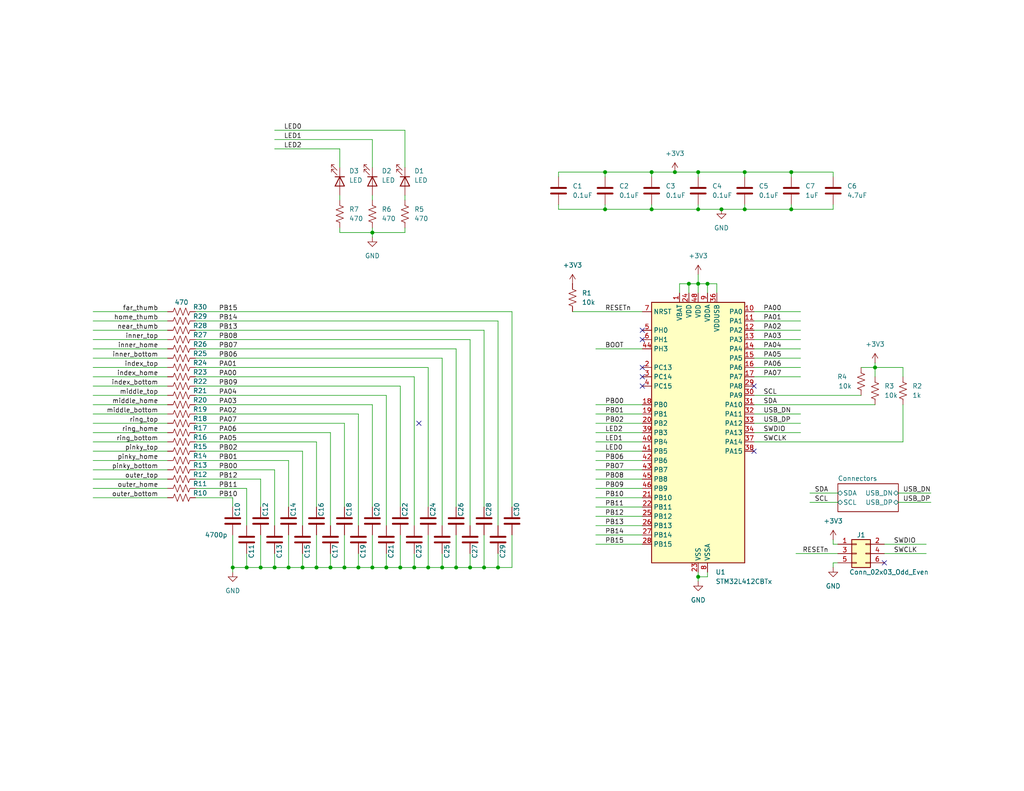
<source format=kicad_sch>
(kicad_sch (version 20231120) (generator "eeschema") (generator_version "8.0")
  (paper "USLetter")
  (lib_symbols
    (symbol "Connector_Generic:Conn_02x03_Odd_Even" (pin_names (offset 1.016) hide)
      (property "Reference" "J" (at 1.27 5.08 0))
      (property "Value" "Conn_02x03_Odd_Even" (at 1.27 -5.08 0))
      (symbol "Conn_02x03_Odd_Even_1_1"
        (rectangle (start -1.27 -2.413) (end 0 -2.667) (stroke (width 0.1524)))
        (rectangle (start -1.27 0.127) (end 0 -0.127) (stroke (width 0.1524)))
        (rectangle (start -1.27 2.667) (end 0 2.413) (stroke (width 0.1524)))
        (rectangle (start -1.27 3.81) (end 3.81 -3.81) (stroke (width 0.254)) (fill (type background)))
        (rectangle (start 3.81 -2.413) (end 2.54 -2.667) (stroke (width 0.1524)))
        (rectangle (start 3.81 0.127) (end 2.54 -0.127) (stroke (width 0.1524)))
        (rectangle (start 3.81 2.667) (end 2.54 2.413) (stroke (width 0.1524)))
        (pin passive line (at -5.08 2.54 0) (length 3.81) (name "Pin_1") (number "1"))
        (pin passive line (at 7.62 2.54 180) (length 3.81) (name "Pin_2") (number "2"))
        (pin passive line (at -5.08 0 0) (length 3.81) (name "Pin_3") (number "3"))
        (pin passive line (at 7.62 0 180) (length 3.81) (name "Pin_4") (number "4"))
        (pin passive line (at -5.08 -2.54 0) (length 3.81) (name "Pin_5") (number "5"))
        (pin passive line (at 7.62 -2.54 180) (length 3.81) (name "Pin_6") (number "6"))
      )
    )
    (symbol "Device:C" (pin_numbers hide) (pin_names (offset 0.254))
      (property "Reference" "C" (at 0.635 2.54 0))
      (property "Value" "C" (at 0.635 -2.54 0))
      (symbol "C_0_1"
        (polyline (pts (xy -2.032 -0.762) (xy 2.032 -0.762)) (stroke (width 0.508)))
        (polyline (pts (xy -2.032 0.762) (xy 2.032 0.762)) (stroke (width 0.508)))
      )
      (symbol "C_1_1"
        (pin passive line (at 0 3.81 270) (length 2.794) (name "~") (number "1"))
        (pin passive line (at 0 -3.81 90) (length 2.794) (name "~") (number "2"))
      )
    )
    (symbol "Device:LED" (pin_numbers hide) (pin_names (offset 1.016) hide)
      (property "Reference" "D" (at 0 2.54 0))
      (property "Value" "LED" (at 0 -2.54 0))
      (symbol "LED_0_1"
        (polyline (pts (xy -1.27 -1.27) (xy -1.27 1.27)) (stroke (width 0.254)))
        (polyline (pts (xy -1.27 0) (xy 1.27 0)))
        (polyline (pts (xy 1.27 -1.27) (xy 1.27 1.27) (xy -1.27 0) (xy 1.27 -1.27)) (stroke (width 0.254)))
        (polyline (pts (xy -3.048 -0.762) (xy -4.572 -2.286) (xy -3.81 -2.286) (xy -4.572 -2.286) (xy -4.572 -1.524)))
        (polyline (pts (xy -1.778 -0.762) (xy -3.302 -2.286) (xy -2.54 -2.286) (xy -3.302 -2.286) (xy -3.302 -1.524)))
      )
      (symbol "LED_1_1"
        (pin passive line (at -3.81 0 0) (length 2.54) (name "K") (number "1"))
        (pin passive line (at 3.81 0 180) (length 2.54) (name "A") (number "2"))
      )
    )
    (symbol "Device:R_US" (pin_numbers hide) (pin_names (offset 0))
      (property "Reference" "R" (at 2.54 0 90))
      (property "Value" "R_US" (at -2.54 0 90))
      (symbol "R_US_0_1"
        (polyline (pts (xy 0 -2.286) (xy 0 -2.54)))
        (polyline (pts (xy 0 2.286) (xy 0 2.54)))
        (polyline (pts (xy 0 -0.762) (xy 1.016 -1.143) (xy 0 -1.524) (xy -1.016 -1.905) (xy 0 -2.286)))
        (polyline (pts (xy 0 0.762) (xy 1.016 0.381) (xy 0 0) (xy -1.016 -0.381) (xy 0 -0.762)))
        (polyline (pts (xy 0 2.286) (xy 1.016 1.905) (xy 0 1.524) (xy -1.016 1.143) (xy 0 0.762)))
      )
      (symbol "R_US_1_1"
        (pin passive line (at 0 3.81 270) (length 1.27) (name "~") (number "1"))
        (pin passive line (at 0 -3.81 90) (length 1.27) (name "~") (number "2"))
      )
    )
    (symbol "MCU_ST_STM32L4:STM32L412CBTx"
      (property "Reference" "U" (at -12.7 36.83 0))
      (property "Value" "STM32L412CBTx" (at 7.62 36.83 0))
      (symbol "STM32L412CBTx_0_1"
        (rectangle (start -12.7 -35.56) (end 12.7 35.56) (stroke (width 0.254)) (fill (type background)))
      )
      (symbol "STM32L412CBTx_1_1"
        (pin power_in line (at -5.08 38.1 270) (length 2.54) (name "VBAT") (number "1"))
        (pin bidirectional line (at 15.24 33.02 180) (length 2.54) (name "PA0") (number "10"))
        (pin bidirectional line (at 15.24 30.48 180) (length 2.54) (name "PA1") (number "11"))
        (pin bidirectional line (at 15.24 27.94 180) (length 2.54) (name "PA2") (number "12"))
        (pin bidirectional line (at 15.24 25.4 180) (length 2.54) (name "PA3") (number "13"))
        (pin bidirectional line (at 15.24 22.86 180) (length 2.54) (name "PA4") (number "14"))
        (pin bidirectional line (at 15.24 20.32 180) (length 2.54) (name "PA5") (number "15"))
        (pin bidirectional line (at 15.24 17.78 180) (length 2.54) (name "PA6") (number "16"))
        (pin bidirectional line (at 15.24 15.24 180) (length 2.54) (name "PA7") (number "17"))
        (pin bidirectional line (at -15.24 7.62 0) (length 2.54) (name "PB0") (number "18"))
        (pin bidirectional line (at -15.24 5.08 0) (length 2.54) (name "PB1") (number "19"))
        (pin bidirectional line (at -15.24 17.78 0) (length 2.54) (name "PC13") (number "2"))
        (pin bidirectional line (at -15.24 2.54 0) (length 2.54) (name "PB2") (number "20"))
        (pin bidirectional line (at -15.24 -17.78 0) (length 2.54) (name "PB10") (number "21"))
        (pin bidirectional line (at -15.24 -20.32 0) (length 2.54) (name "PB11") (number "22"))
        (pin power_in line (at 0 -38.1 90) (length 2.54) (name "VSS") (number "23"))
        (pin power_in line (at -2.54 38.1 270) (length 2.54) (name "VDD") (number "24"))
        (pin bidirectional line (at -15.24 -22.86 0) (length 2.54) (name "PB12") (number "25"))
        (pin bidirectional line (at -15.24 -25.4 0) (length 2.54) (name "PB13") (number "26"))
        (pin bidirectional line (at -15.24 -27.94 0) (length 2.54) (name "PB14") (number "27"))
        (pin bidirectional line (at -15.24 -30.48 0) (length 2.54) (name "PB15") (number "28"))
        (pin bidirectional line (at 15.24 12.7 180) (length 2.54) (name "PA8") (number "29"))
        (pin bidirectional line (at -15.24 15.24 0) (length 2.54) (name "PC14") (number "3"))
        (pin bidirectional line (at 15.24 10.16 180) (length 2.54) (name "PA9") (number "30"))
        (pin bidirectional line (at 15.24 7.62 180) (length 2.54) (name "PA10") (number "31"))
        (pin bidirectional line (at 15.24 5.08 180) (length 2.54) (name "PA11") (number "32"))
        (pin bidirectional line (at 15.24 2.54 180) (length 2.54) (name "PA12") (number "33"))
        (pin bidirectional line (at 15.24 0 180) (length 2.54) (name "PA13") (number "34"))
        (pin passive line (at 0 -38.1 90) (length 2.54) hide (name "VSS") (number "35"))
        (pin power_in line (at 5.08 38.1 270) (length 2.54) (name "VDDUSB") (number "36"))
        (pin bidirectional line (at 15.24 -2.54 180) (length 2.54) (name "PA14") (number "37"))
        (pin bidirectional line (at 15.24 -5.08 180) (length 2.54) (name "PA15") (number "38"))
        (pin bidirectional line (at -15.24 0 0) (length 2.54) (name "PB3") (number "39"))
        (pin bidirectional line (at -15.24 12.7 0) (length 2.54) (name "PC15") (number "4"))
        (pin bidirectional line (at -15.24 -2.54 0) (length 2.54) (name "PB4") (number "40"))
        (pin bidirectional line (at -15.24 -5.08 0) (length 2.54) (name "PB5") (number "41"))
        (pin bidirectional line (at -15.24 -7.62 0) (length 2.54) (name "PB6") (number "42"))
        (pin bidirectional line (at -15.24 -10.16 0) (length 2.54) (name "PB7") (number "43"))
        (pin bidirectional line (at -15.24 22.86 0) (length 2.54) (name "PH3") (number "44"))
        (pin bidirectional line (at -15.24 -12.7 0) (length 2.54) (name "PB8") (number "45"))
        (pin bidirectional line (at -15.24 -15.24 0) (length 2.54) (name "PB9") (number "46"))
        (pin passive line (at 0 -38.1 90) (length 2.54) hide (name "VSS") (number "47"))
        (pin power_in line (at 0 38.1 270) (length 2.54) (name "VDD") (number "48"))
        (pin bidirectional line (at -15.24 27.94 0) (length 2.54) (name "PH0") (number "5"))
        (pin bidirectional line (at -15.24 25.4 0) (length 2.54) (name "PH1") (number "6"))
        (pin input line (at -15.24 33.02 0) (length 2.54) (name "NRST") (number "7"))
        (pin power_in line (at 2.54 -38.1 90) (length 2.54) (name "VSSA") (number "8"))
        (pin power_in line (at 2.54 38.1 270) (length 2.54) (name "VDDA") (number "9"))
      )
    )
    (symbol "power:+3V3" (power) (pin_numbers hide) (pin_names (offset 0) hide)
      (property "Value" "+3V3" (at 0 3.556 0))
      (symbol "+3V3_0_1"
        (polyline (pts (xy -0.762 1.27) (xy 0 2.54)))
        (polyline (pts (xy 0 0) (xy 0 2.54)))
        (polyline (pts (xy 0 2.54) (xy 0.762 1.27)))
      )
      (symbol "+3V3_1_1"
        (pin power_in line (at 0 0 90) (length 0) (name "~") (number "1"))
      )
    )
    (symbol "power:GND" (power) (pin_numbers hide) (pin_names (offset 0) hide)
      (property "Value" "GND" (at 0 -3.81 0))
      (symbol "GND_0_1"
        (polyline (pts (xy 0 0) (xy 0 -1.27) (xy 1.27 -1.27) (xy 0 -2.54) (xy -1.27 -1.27) (xy 0 -1.27)))
      )
      (symbol "GND_1_1"
        (pin power_in line (at 0 0 270) (length 0) (name "~") (number "1"))
      )
    )
  )
  (junction (at 190.5 157.48))
  (junction (at 78.74 154.94))
  (junction (at 113.03 154.94))
  (junction (at 190.5 46.99))
  (junction (at 93.98 154.94))
  (junction (at 190.5 57.15))
  (junction (at 187.96 77.47))
  (junction (at 71.12 154.94))
  (junction (at 165.1 57.15))
  (junction (at 177.8 46.99))
  (junction (at 63.5 154.94))
  (junction (at 101.6 154.94))
  (junction (at 97.79 154.94))
  (junction (at 196.85 57.15))
  (junction (at 193.04 77.47))
  (junction (at 128.27 154.94))
  (junction (at 116.84 154.94))
  (junction (at 203.2 57.15))
  (junction (at 101.6 63.5))
  (junction (at 67.31 154.94))
  (junction (at 190.5 77.47))
  (junction (at 184.15 46.99))
  (junction (at 238.76 100.33))
  (junction (at 177.8 57.15))
  (junction (at 109.22 154.94))
  (junction (at 90.17 154.94))
  (junction (at 215.9 46.99))
  (junction (at 74.93 154.94))
  (junction (at 165.1 46.99))
  (junction (at 132.08 154.94))
  (junction (at 215.9 57.15))
  (junction (at 124.46 154.94))
  (junction (at 135.89 154.94))
  (junction (at 82.55 154.94))
  (junction (at 203.2 46.99))
  (junction (at 105.41 154.94))
  (junction (at 86.36 154.94))
  (junction (at 120.65 154.94))
  (no_connect (at 205.74 123.19))
  (no_connect (at 205.74 105.41))
  (no_connect (at 114.3 115.57))
  (no_connect (at 175.26 105.41))
  (no_connect (at 175.26 92.71))
  (no_connect (at 241.3 153.67))
  (no_connect (at 175.26 102.87))
  (no_connect (at 175.26 90.17))
  (no_connect (at 175.26 100.33))
  (wire (pts (xy 215.9 55.88) (xy 215.9 57.15)))
  (wire (pts (xy 25.4 102.87) (xy 45.72 102.87)))
  (wire (pts (xy 71.12 146.05) (xy 71.12 154.94)))
  (wire (pts (xy 25.4 135.89) (xy 45.72 135.89)))
  (wire (pts (xy 25.4 107.95) (xy 45.72 107.95)))
  (wire (pts (xy 190.5 77.47) (xy 190.5 80.01)))
  (wire (pts (xy 53.34 95.25) (xy 124.46 95.25)))
  (wire (pts (xy 162.56 128.27) (xy 175.26 128.27)))
  (wire (pts (xy 25.4 118.11) (xy 45.72 118.11)))
  (wire (pts (xy 205.74 113.03) (xy 218.44 113.03)))
  (wire (pts (xy 162.56 95.25) (xy 175.26 95.25)))
  (wire (pts (xy 53.34 115.57) (xy 93.98 115.57)))
  (wire (pts (xy 190.5 55.88) (xy 190.5 57.15)))
  (wire (pts (xy 139.7 146.05) (xy 139.7 154.94)))
  (wire (pts (xy 238.76 99.06) (xy 238.76 100.33)))
  (wire (pts (xy 177.8 57.15) (xy 190.5 57.15)))
  (wire (pts (xy 53.34 110.49) (xy 101.6 110.49)))
  (wire (pts (xy 132.08 90.17) (xy 132.08 138.43)))
  (wire (pts (xy 165.1 46.99) (xy 177.8 46.99)))
  (wire (pts (xy 25.4 90.17) (xy 45.72 90.17)))
  (wire (pts (xy 53.34 113.03) (xy 97.79 113.03)))
  (wire (pts (xy 90.17 154.94) (xy 86.36 154.94)))
  (wire (pts (xy 67.31 133.35) (xy 67.31 143.51)))
  (wire (pts (xy 190.5 74.93) (xy 190.5 77.47)))
  (wire (pts (xy 135.89 87.63) (xy 135.89 143.51)))
  (wire (pts (xy 93.98 115.57) (xy 93.98 138.43)))
  (wire (pts (xy 193.04 77.47) (xy 193.04 80.01)))
  (wire (pts (xy 116.84 154.94) (xy 113.03 154.94)))
  (wire (pts (xy 120.65 151.13) (xy 120.65 154.94)))
  (wire (pts (xy 152.4 46.99) (xy 165.1 46.99)))
  (wire (pts (xy 78.74 125.73) (xy 78.74 138.43)))
  (wire (pts (xy 92.71 45.72) (xy 92.71 40.64)))
  (wire (pts (xy 205.74 120.65) (xy 246.38 120.65)))
  (wire (pts (xy 177.8 46.99) (xy 177.8 48.26)))
  (wire (pts (xy 245.11 134.62) (xy 254 134.62)))
  (wire (pts (xy 135.89 151.13) (xy 135.89 154.94)))
  (wire (pts (xy 165.1 48.26) (xy 165.1 46.99)))
  (wire (pts (xy 205.74 118.11) (xy 218.44 118.11)))
  (wire (pts (xy 105.41 154.94) (xy 101.6 154.94)))
  (wire (pts (xy 101.6 38.1) (xy 74.93 38.1)))
  (wire (pts (xy 25.4 120.65) (xy 45.72 120.65)))
  (wire (pts (xy 124.46 146.05) (xy 124.46 154.94)))
  (wire (pts (xy 25.4 113.03) (xy 45.72 113.03)))
  (wire (pts (xy 74.93 143.51) (xy 74.93 128.27)))
  (wire (pts (xy 217.17 151.13) (xy 228.6 151.13)))
  (wire (pts (xy 193.04 77.47) (xy 195.58 77.47)))
  (wire (pts (xy 74.93 128.27) (xy 53.34 128.27)))
  (wire (pts (xy 53.34 90.17) (xy 132.08 90.17)))
  (wire (pts (xy 25.4 115.57) (xy 45.72 115.57)))
  (wire (pts (xy 74.93 151.13) (xy 74.93 154.94)))
  (wire (pts (xy 116.84 100.33) (xy 116.84 138.43)))
  (wire (pts (xy 139.7 85.09) (xy 139.7 138.43)))
  (wire (pts (xy 53.34 118.11) (xy 90.17 118.11)))
  (wire (pts (xy 162.56 146.05) (xy 175.26 146.05)))
  (wire (pts (xy 90.17 151.13) (xy 90.17 154.94)))
  (wire (pts (xy 53.34 120.65) (xy 86.36 120.65)))
  (wire (pts (xy 185.42 80.01) (xy 185.42 77.47)))
  (wire (pts (xy 205.74 107.95) (xy 234.95 107.95)))
  (wire (pts (xy 205.74 90.17) (xy 218.44 90.17)))
  (wire (pts (xy 25.4 87.63) (xy 45.72 87.63)))
  (wire (pts (xy 105.41 107.95) (xy 105.41 143.51)))
  (wire (pts (xy 86.36 146.05) (xy 86.36 154.94)))
  (wire (pts (xy 101.6 45.72) (xy 101.6 38.1)))
  (wire (pts (xy 92.71 62.23) (xy 92.71 63.5)))
  (wire (pts (xy 215.9 46.99) (xy 227.33 46.99)))
  (wire (pts (xy 93.98 146.05) (xy 93.98 154.94)))
  (wire (pts (xy 128.27 154.94) (xy 124.46 154.94)))
  (wire (pts (xy 25.4 123.19) (xy 45.72 123.19)))
  (wire (pts (xy 152.4 55.88) (xy 152.4 57.15)))
  (wire (pts (xy 101.6 63.5) (xy 101.6 64.77)))
  (wire (pts (xy 78.74 146.05) (xy 78.74 154.94)))
  (wire (pts (xy 101.6 110.49) (xy 101.6 138.43)))
  (wire (pts (xy 74.93 40.64) (xy 92.71 40.64)))
  (wire (pts (xy 63.5 156.21) (xy 63.5 154.94)))
  (wire (pts (xy 113.03 154.94) (xy 109.22 154.94)))
  (wire (pts (xy 193.04 156.21) (xy 193.04 157.48)))
  (wire (pts (xy 220.98 134.62) (xy 228.6 134.62)))
  (wire (pts (xy 162.56 143.51) (xy 175.26 143.51)))
  (wire (pts (xy 227.33 154.94) (xy 227.33 153.67)))
  (wire (pts (xy 205.74 100.33) (xy 218.44 100.33)))
  (wire (pts (xy 165.1 57.15) (xy 177.8 57.15)))
  (wire (pts (xy 203.2 46.99) (xy 215.9 46.99)))
  (wire (pts (xy 53.34 102.87) (xy 113.03 102.87)))
  (wire (pts (xy 53.34 125.73) (xy 78.74 125.73)))
  (wire (pts (xy 25.4 105.41) (xy 45.72 105.41)))
  (wire (pts (xy 113.03 102.87) (xy 113.03 143.51)))
  (wire (pts (xy 245.11 137.16) (xy 254 137.16)))
  (wire (pts (xy 110.49 45.72) (xy 110.49 35.56)))
  (wire (pts (xy 124.46 95.25) (xy 124.46 138.43)))
  (wire (pts (xy 53.34 105.41) (xy 109.22 105.41)))
  (wire (pts (xy 74.93 154.94) (xy 71.12 154.94)))
  (wire (pts (xy 124.46 154.94) (xy 120.65 154.94)))
  (wire (pts (xy 190.5 46.99) (xy 190.5 48.26)))
  (wire (pts (xy 190.5 77.47) (xy 193.04 77.47)))
  (wire (pts (xy 113.03 151.13) (xy 113.03 154.94)))
  (wire (pts (xy 132.08 154.94) (xy 128.27 154.94)))
  (wire (pts (xy 25.4 130.81) (xy 45.72 130.81)))
  (wire (pts (xy 162.56 135.89) (xy 175.26 135.89)))
  (wire (pts (xy 162.56 115.57) (xy 175.26 115.57)))
  (wire (pts (xy 162.56 113.03) (xy 175.26 113.03)))
  (wire (pts (xy 162.56 148.59) (xy 175.26 148.59)))
  (wire (pts (xy 162.56 138.43) (xy 175.26 138.43)))
  (wire (pts (xy 53.34 130.81) (xy 71.12 130.81)))
  (wire (pts (xy 101.6 62.23) (xy 101.6 63.5)))
  (wire (pts (xy 25.4 95.25) (xy 45.72 95.25)))
  (wire (pts (xy 74.93 35.56) (xy 110.49 35.56)))
  (wire (pts (xy 190.5 57.15) (xy 196.85 57.15)))
  (wire (pts (xy 78.74 154.94) (xy 74.93 154.94)))
  (wire (pts (xy 190.5 156.21) (xy 190.5 157.48)))
  (wire (pts (xy 82.55 123.19) (xy 82.55 143.51)))
  (wire (pts (xy 109.22 154.94) (xy 105.41 154.94)))
  (wire (pts (xy 185.42 77.47) (xy 187.96 77.47)))
  (wire (pts (xy 53.34 92.71) (xy 128.27 92.71)))
  (wire (pts (xy 162.56 118.11) (xy 175.26 118.11)))
  (wire (pts (xy 101.6 154.94) (xy 97.79 154.94)))
  (wire (pts (xy 53.34 107.95) (xy 105.41 107.95)))
  (wire (pts (xy 120.65 154.94) (xy 116.84 154.94)))
  (wire (pts (xy 120.65 97.79) (xy 120.65 143.51)))
  (wire (pts (xy 101.6 53.34) (xy 101.6 54.61)))
  (wire (pts (xy 152.4 57.15) (xy 165.1 57.15)))
  (wire (pts (xy 71.12 154.94) (xy 67.31 154.94)))
  (wire (pts (xy 25.4 133.35) (xy 45.72 133.35)))
  (wire (pts (xy 53.34 97.79) (xy 120.65 97.79)))
  (wire (pts (xy 53.34 100.33) (xy 116.84 100.33)))
  (wire (pts (xy 162.56 125.73) (xy 175.26 125.73)))
  (wire (pts (xy 116.84 146.05) (xy 116.84 154.94)))
  (wire (pts (xy 101.6 146.05) (xy 101.6 154.94)))
  (wire (pts (xy 246.38 102.87) (xy 246.38 100.33)))
  (wire (pts (xy 238.76 100.33) (xy 246.38 100.33)))
  (wire (pts (xy 215.9 46.99) (xy 215.9 48.26)))
  (wire (pts (xy 97.79 154.94) (xy 93.98 154.94)))
  (wire (pts (xy 67.31 151.13) (xy 67.31 154.94)))
  (wire (pts (xy 25.4 128.27) (xy 45.72 128.27)))
  (wire (pts (xy 162.56 110.49) (xy 175.26 110.49)))
  (wire (pts (xy 128.27 151.13) (xy 128.27 154.94)))
  (wire (pts (xy 86.36 154.94) (xy 82.55 154.94)))
  (wire (pts (xy 25.4 100.33) (xy 45.72 100.33)))
  (wire (pts (xy 241.3 151.13) (xy 252.73 151.13)))
  (wire (pts (xy 25.4 97.79) (xy 45.72 97.79)))
  (wire (pts (xy 190.5 46.99) (xy 203.2 46.99)))
  (wire (pts (xy 227.33 46.99) (xy 227.33 48.26)))
  (wire (pts (xy 152.4 48.26) (xy 152.4 46.99)))
  (wire (pts (xy 238.76 100.33) (xy 238.76 102.87)))
  (wire (pts (xy 53.34 133.35) (xy 67.31 133.35)))
  (wire (pts (xy 187.96 77.47) (xy 187.96 80.01)))
  (wire (pts (xy 205.74 87.63) (xy 218.44 87.63)))
  (wire (pts (xy 205.74 95.25) (xy 218.44 95.25)))
  (wire (pts (xy 177.8 55.88) (xy 177.8 57.15)))
  (wire (pts (xy 227.33 57.15) (xy 227.33 55.88)))
  (wire (pts (xy 97.79 151.13) (xy 97.79 154.94)))
  (wire (pts (xy 82.55 151.13) (xy 82.55 154.94)))
  (wire (pts (xy 82.55 154.94) (xy 78.74 154.94)))
  (wire (pts (xy 215.9 57.15) (xy 227.33 57.15)))
  (wire (pts (xy 238.76 100.33) (xy 234.95 100.33)))
  (wire (pts (xy 227.33 147.32) (xy 227.33 148.59)))
  (wire (pts (xy 205.74 102.87) (xy 218.44 102.87)))
  (wire (pts (xy 128.27 92.71) (xy 128.27 143.51)))
  (wire (pts (xy 25.4 85.09) (xy 45.72 85.09)))
  (wire (pts (xy 246.38 110.49) (xy 246.38 120.65)))
  (wire (pts (xy 63.5 146.05) (xy 63.5 154.94)))
  (wire (pts (xy 165.1 55.88) (xy 165.1 57.15)))
  (wire (pts (xy 196.85 57.15) (xy 203.2 57.15)))
  (wire (pts (xy 92.71 63.5) (xy 101.6 63.5)))
  (wire (pts (xy 139.7 154.94) (xy 135.89 154.94)))
  (wire (pts (xy 205.74 85.09) (xy 218.44 85.09)))
  (wire (pts (xy 25.4 110.49) (xy 45.72 110.49)))
  (wire (pts (xy 227.33 148.59) (xy 228.6 148.59)))
  (wire (pts (xy 105.41 151.13) (xy 105.41 154.94)))
  (wire (pts (xy 187.96 77.47) (xy 190.5 77.47)))
  (wire (pts (xy 71.12 130.81) (xy 71.12 138.43)))
  (wire (pts (xy 53.34 85.09) (xy 139.7 85.09)))
  (wire (pts (xy 101.6 63.5) (xy 110.49 63.5)))
  (wire (pts (xy 227.33 153.67) (xy 228.6 153.67)))
  (wire (pts (xy 205.74 110.49) (xy 238.76 110.49)))
  (wire (pts (xy 53.34 123.19) (xy 82.55 123.19)))
  (wire (pts (xy 162.56 130.81) (xy 175.26 130.81)))
  (wire (pts (xy 109.22 105.41) (xy 109.22 138.43)))
  (wire (pts (xy 132.08 146.05) (xy 132.08 154.94)))
  (wire (pts (xy 177.8 46.99) (xy 184.15 46.99)))
  (wire (pts (xy 109.22 146.05) (xy 109.22 154.94)))
  (wire (pts (xy 53.34 135.89) (xy 63.5 135.89)))
  (wire (pts (xy 86.36 120.65) (xy 86.36 138.43)))
  (wire (pts (xy 203.2 46.99) (xy 203.2 48.26)))
  (wire (pts (xy 53.34 87.63) (xy 135.89 87.63)))
  (wire (pts (xy 162.56 123.19) (xy 175.26 123.19)))
  (wire (pts (xy 162.56 140.97) (xy 175.26 140.97)))
  (wire (pts (xy 195.58 77.47) (xy 195.58 80.01)))
  (wire (pts (xy 63.5 135.89) (xy 63.5 138.43)))
  (wire (pts (xy 205.74 115.57) (xy 218.44 115.57)))
  (wire (pts (xy 162.56 120.65) (xy 175.26 120.65)))
  (wire (pts (xy 25.4 92.71) (xy 45.72 92.71)))
  (wire (pts (xy 241.3 148.59) (xy 252.73 148.59)))
  (wire (pts (xy 92.71 53.34) (xy 92.71 54.61)))
  (wire (pts (xy 63.5 154.94) (xy 67.31 154.94)))
  (wire (pts (xy 97.79 113.03) (xy 97.79 143.51)))
  (wire (pts (xy 184.15 46.99) (xy 190.5 46.99)))
  (wire (pts (xy 203.2 55.88) (xy 203.2 57.15)))
  (wire (pts (xy 205.74 92.71) (xy 218.44 92.71)))
  (wire (pts (xy 135.89 154.94) (xy 132.08 154.94)))
  (wire (pts (xy 220.98 137.16) (xy 228.6 137.16)))
  (wire (pts (xy 190.5 157.48) (xy 193.04 157.48)))
  (wire (pts (xy 162.56 133.35) (xy 175.26 133.35)))
  (wire (pts (xy 93.98 154.94) (xy 90.17 154.94)))
  (wire (pts (xy 110.49 63.5) (xy 110.49 62.23)))
  (wire (pts (xy 90.17 118.11) (xy 90.17 143.51)))
  (wire (pts (xy 156.21 85.09) (xy 175.26 85.09)))
  (wire (pts (xy 205.74 97.79) (xy 218.44 97.79)))
  (wire (pts (xy 203.2 57.15) (xy 215.9 57.15)))
  (wire (pts (xy 110.49 53.34) (xy 110.49 54.61)))
  (wire (pts (xy 25.4 125.73) (xy 45.72 125.73)))
  (wire (pts (xy 190.5 157.48) (xy 190.5 158.75)))
  (label "PB11" (at 165.1 138.43 0))
  (label "RESETn" (at 165.1 85.09 0))
  (label "USB_DP" (at 246.38 137.16 0))
  (label "PB09" (at 59.69 105.41 0))
  (label "PA04" (at 208.28 95.25 0))
  (label "PB00" (at 59.69 128.27 0))
  (label "PB07" (at 59.69 95.25 0))
  (label "home_thumb" (at 43.18 87.63 180))
  (label "SDA" (at 222.25 134.62 0))
  (label "PA03" (at 59.69 110.49 0))
  (label "PA00" (at 59.69 102.87 0))
  (label "middle_bottom" (at 43.18 113.03 180))
  (label "PB13" (at 165.1 143.51 0))
  (label "SDA" (at 208.28 110.49 0))
  (label "PB08" (at 165.1 130.81 0))
  (label "LED0" (at 77.47 35.56 0))
  (label "USB_DP" (at 208.2899 115.57 0))
  (label "PB11" (at 59.69 133.35 0))
  (label "PB10" (at 59.69 135.89 0))
  (label "inner_home" (at 43.18 95.25 180))
  (label "PA05" (at 208.28 97.79 0))
  (label "PA04" (at 59.69 107.95 0))
  (label "PA00" (at 208.28 85.09 0))
  (label "middle_top" (at 43.18 107.95 180))
  (label "PB02" (at 59.69 123.19 0))
  (label "index_home" (at 43.18 102.87 180))
  (label "outer_home" (at 43.18 133.35 180))
  (label "USB_DN" (at 208.2899 113.03 0))
  (label "ring_bottom" (at 43.18 120.65 180))
  (label "PA02" (at 208.28 90.17 0))
  (label "PB02" (at 165.1 115.57 0))
  (label "PB00" (at 165.1 110.49 0))
  (label "near_thumb" (at 43.18 90.17 180))
  (label "PA05" (at 59.69 120.65 0))
  (label "PB15" (at 165.1 148.59 0))
  (label "middle_home" (at 43.18 110.49 180))
  (label "PB08" (at 59.69 92.71 0))
  (label "PA06" (at 59.69 118.11 0))
  (label "PA06" (at 208.28 100.33 0))
  (label "PA02" (at 59.69 113.03 0))
  (label "BOOT" (at 165.1 95.25 0))
  (label "PB01" (at 59.69 125.73 0))
  (label "RESETn" (at 226.06 151.13 180))
  (label "PB15" (at 59.69 85.09 0))
  (label "PB10" (at 165.1 135.89 0))
  (label "PA01" (at 59.69 100.33 0))
  (label "SWCLK" (at 208.28 120.65 0))
  (label "pinky_top" (at 43.18 123.19 180))
  (label "USB_DN" (at 246.38 134.62 0))
  (label "LED1" (at 77.47 38.1 0))
  (label "inner_bottom" (at 43.18 97.79 180))
  (label "PB07" (at 165.1 128.27 0))
  (label "PB12" (at 165.1 140.97 0))
  (label "LED1" (at 165.1 120.65 0))
  (label "SCL" (at 208.28 107.95 0))
  (label "pinky_home" (at 43.18 125.73 180))
  (label "PB09" (at 165.1 133.35 0))
  (label "SWDIO" (at 208.28 118.11 0))
  (label "PB12" (at 59.69 130.81 0))
  (label "LED2" (at 77.47 40.64 0))
  (label "inner_top" (at 43.18 92.71 180))
  (label "PB13" (at 59.69 90.17 0))
  (label "index_bottom" (at 43.18 105.41 180))
  (label "index_top" (at 43.18 100.33 180))
  (label "SWDIO" (at 243.84 148.59 0))
  (label "PA03" (at 208.28 92.71 0))
  (label "LED2" (at 165.1 118.11 0))
  (label "outer_bottom" (at 43.18 135.89 180))
  (label "PB06" (at 165.1 125.73 0))
  (label "PA01" (at 208.28 87.63 0))
  (label "ring_top" (at 43.18 115.57 180))
  (label "PB14" (at 165.1 146.05 0))
  (label "PB06" (at 59.69 97.79 0))
  (label "pinky_bottom" (at 43.18 128.27 180))
  (label "SCL" (at 222.25 137.16 0))
  (label "PB14" (at 59.69 87.63 0))
  (label "PB01" (at 165.1 113.03 0))
  (label "ring_home" (at 43.18 118.11 180))
  (label "outer_top" (at 43.18 130.81 180))
  (label "PA07" (at 59.69 115.57 0))
  (label "far_thumb" (at 43.18 85.09 180))
  (label "LED0" (at 165.1 123.19 0))
  (label "PA07" (at 208.28 102.87 0))
  (label "SWCLK" (at 243.84 151.13 0))
  (symbol (lib_id "Device:C") (at 74.93 147.32 0) (mirror y) (unit 1)
    (property "Reference" "C13" (at 76.2 148.59 90) (effects (justify right)))
    (property "Value" "4700p" (effects (hide yes)))
    (property "Footprint" "Capacitor_SMD:C_0603_1608Metric" (effects (hide yes)))
    (property "Description" "Unpolarized capacitor" (effects (hide yes)))
  )
  (symbol (lib_id "power:+3V3") (at 156.21 77.47 0) (unit 1)
    (property "Reference" "#PWR06" (effects (hide yes)))
    (property "Value" "+3V3" (at 156.21 72.39 0))
    (property "Description" "Power symbol creates a global label with name \"+3V3\"" (effects (hide yes)))
  )
  (symbol (lib_id "Device:C") (at 190.5 52.07 0) (unit 1)
    (property "Reference" "C4" (at 194.31 50.7999 0) (effects (justify left)))
    (property "Value" "0.1uF" (at 194.31 53.3399 0) (effects (justify left)))
    (property "Footprint" "Capacitor_SMD:C_0603_1608Metric" (effects (hide yes)))
    (property "Description" "Unpolarized capacitor" (effects (hide yes)))
  )
  (symbol (lib_id "Device:C") (at 152.4 52.07 0) (mirror y) (unit 1)
    (property "Reference" "C1" (at 156.21 50.8 0) (effects (justify right)))
    (property "Value" "0.1uF" (at 156.21 53.34 0) (effects (justify right)))
    (property "Footprint" "Capacitor_SMD:C_0603_1608Metric" (effects (hide yes)))
    (property "Description" "Unpolarized capacitor" (effects (hide yes)))
  )
  (symbol (lib_id "Device:C") (at 203.2 52.07 0) (unit 1)
    (property "Reference" "C5" (at 207.01 50.7999 0) (effects (justify left)))
    (property "Value" "0.1uF" (at 207.01 53.3399 0) (effects (justify left)))
    (property "Footprint" "Capacitor_SMD:C_0603_1608Metric" (effects (hide yes)))
    (property "Description" "Unpolarized capacitor" (effects (hide yes)))
  )
  (symbol (lib_id "power:+3V3") (at 238.76 99.06 0) (mirror y) (unit 1)
    (property "Reference" "#PWR0111" (effects (hide yes)))
    (property "Value" "+3V3" (at 238.76 93.98 0))
    (property "Description" "Power symbol creates a global label with name \"+3V3\"" (effects (hide yes)))
  )
  (symbol (lib_id "Device:LED") (at 101.6 49.53 270) (unit 1)
    (property "Reference" "D2" (at 104.14 46.6724 90) (effects (justify left)))
    (property "Value" "LED" (at 104.14 49.2124 90) (effects (justify left)))
    (property "Footprint" "Diode_SMD:D_0603_1608Metric" (effects (hide yes)))
    (property "Description" "Light emitting diode" (effects (hide yes)))
  )
  (symbol (lib_id "Device:R_US") (at 49.53 95.25 90) (unit 1)
    (property "Reference" "R26" (at 54.61 93.98 90))
    (property "Value" "470" (effects (hide yes)))
    (property "Footprint" "Resistor_SMD:R_0603_1608Metric" (effects (hide yes)))
    (property "Description" "Resistor, US symbol" (effects (hide yes)))
  )
  (symbol (lib_id "Device:R_US") (at 49.53 125.73 90) (unit 1)
    (property "Reference" "R14" (at 54.61 124.46 90))
    (property "Value" "470" (effects (hide yes)))
    (property "Footprint" "Resistor_SMD:R_0603_1608Metric" (effects (hide yes)))
    (property "Description" "Resistor, US symbol" (effects (hide yes)))
  )
  (symbol (lib_id "power:+3V3") (at 227.33 147.32 0) (unit 1)
    (property "Reference" "#PWR02" (effects (hide yes)))
    (property "Value" "+3V3" (at 227.33 142.24 0))
    (property "Description" "Power symbol creates a global label with name \"+3V3\"" (effects (hide yes)))
  )
  (symbol (lib_id "Device:C") (at 215.9 52.07 0) (unit 1)
    (property "Reference" "C7" (at 219.71 50.7999 0) (effects (justify left)))
    (property "Value" "1uF" (at 219.71 53.3399 0) (effects (justify left)))
    (property "Footprint" "Capacitor_SMD:C_0603_1608Metric" (effects (hide yes)))
    (property "Description" "Unpolarized capacitor" (effects (hide yes)))
  )
  (symbol (lib_id "Device:R_US") (at 234.95 104.14 0) (unit 1)
    (property "Reference" "R4" (at 231.14 102.87 0) (effects (justify right)))
    (property "Value" "10k" (at 232.41 105.41 0) (effects (justify right)))
    (property "Footprint" "Resistor_SMD:R_0603_1608Metric" (effects (hide yes)))
    (property "Description" "Resistor, US symbol" (effects (hide yes)))
  )
  (symbol (lib_id "Device:C") (at 177.8 52.07 0) (unit 1)
    (property "Reference" "C3" (at 181.61 50.7999 0) (effects (justify left)))
    (property "Value" "0.1uF" (at 181.61 53.3399 0) (effects (justify left)))
    (property "Footprint" "Capacitor_SMD:C_0603_1608Metric" (effects (hide yes)))
    (property "Description" "Unpolarized capacitor" (effects (hide yes)))
  )
  (symbol (lib_id "Device:C") (at 124.46 142.24 0) (mirror y) (unit 1)
    (property "Reference" "C26" (at 125.73 137.16 90) (effects (justify right)))
    (property "Value" "4700p" (effects (hide yes)))
    (property "Footprint" "Capacitor_SMD:C_0603_1608Metric" (effects (hide yes)))
    (property "Description" "Unpolarized capacitor" (effects (hide yes)))
  )
  (symbol (lib_id "Device:R_US") (at 49.53 85.09 90) (unit 1)
    (property "Reference" "R30" (at 54.61 83.82 90))
    (property "Value" "470" (at 49.53 82.55 90))
    (property "Footprint" "Resistor_SMD:R_0603_1608Metric" (effects (hide yes)))
    (property "Description" "Resistor, US symbol" (effects (hide yes)))
  )
  (symbol (lib_id "Device:LED") (at 92.71 49.53 270) (unit 1)
    (property "Reference" "D3" (at 95.25 46.6724 90) (effects (justify left)))
    (property "Value" "LED" (at 95.25 49.2124 90) (effects (justify left)))
    (property "Footprint" "Diode_SMD:D_0603_1608Metric" (effects (hide yes)))
    (property "Description" "Light emitting diode" (effects (hide yes)))
  )
  (symbol (lib_id "Device:R_US") (at 49.53 120.65 90) (unit 1)
    (property "Reference" "R16" (at 54.61 119.38 90))
    (property "Value" "470" (effects (hide yes)))
    (property "Footprint" "Resistor_SMD:R_0603_1608Metric" (effects (hide yes)))
    (property "Description" "Resistor, US symbol" (effects (hide yes)))
  )
  (symbol (lib_id "Device:C") (at 82.55 147.32 0) (mirror y) (unit 1)
    (property "Reference" "C15" (at 83.82 148.59 90) (effects (justify right)))
    (property "Value" "4700p" (effects (hide yes)))
    (property "Footprint" "Capacitor_SMD:C_0603_1608Metric" (effects (hide yes)))
    (property "Description" "Unpolarized capacitor" (effects (hide yes)))
  )
  (symbol (lib_id "Device:C") (at 139.7 142.24 0) (mirror y) (unit 1)
    (property "Reference" "C30" (at 140.97 137.16 90) (effects (justify right)))
    (property "Value" "4700p" (effects (hide yes)))
    (property "Footprint" "Capacitor_SMD:C_0603_1608Metric" (effects (hide yes)))
    (property "Description" "Unpolarized capacitor" (effects (hide yes)))
  )
  (symbol (lib_id "Device:R_US") (at 49.53 107.95 90) (unit 1)
    (property "Reference" "R21" (at 54.61 106.68 90))
    (property "Value" "470" (effects (hide yes)))
    (property "Footprint" "Resistor_SMD:R_0603_1608Metric" (effects (hide yes)))
    (property "Description" "Resistor, US symbol" (effects (hide yes)))
  )
  (symbol (lib_id "Device:C") (at 63.5 142.24 0) (mirror y) (unit 1)
    (property "Reference" "C10" (at 64.77 137.16 90) (effects (justify right)))
    (property "Value" "4700p" (at 55.88 146.05 0) (effects (justify right)))
    (property "Footprint" "Capacitor_SMD:C_0603_1608Metric" (effects (hide yes)))
    (property "Description" "Unpolarized capacitor" (effects (hide yes)))
  )
  (symbol (lib_id "Device:C") (at 90.17 147.32 0) (mirror y) (unit 1)
    (property "Reference" "C17" (at 91.44 148.59 90) (effects (justify right)))
    (property "Value" "4700p" (effects (hide yes)))
    (property "Footprint" "Capacitor_SMD:C_0603_1608Metric" (effects (hide yes)))
    (property "Description" "Unpolarized capacitor" (effects (hide yes)))
  )
  (symbol (lib_id "Device:C") (at 67.31 147.32 0) (mirror y) (unit 1)
    (property "Reference" "C11" (at 68.58 148.59 90) (effects (justify right)))
    (property "Value" "4700p" (effects (hide yes)))
    (property "Footprint" "Capacitor_SMD:C_0603_1608Metric" (effects (hide yes)))
    (property "Description" "Unpolarized capacitor" (effects (hide yes)))
  )
  (symbol (lib_id "power:+3V3") (at 190.5 74.93 0) (unit 1)
    (property "Reference" "#PWR0106" (effects (hide yes)))
    (property "Value" "+3V3" (at 190.5 69.85 0))
    (property "Description" "Power symbol creates a global label with name \"+3V3\"" (effects (hide yes)))
  )
  (symbol (lib_id "power:GND") (at 101.6 64.77 0) (unit 1)
    (property "Reference" "#PWR019" (effects (hide yes)))
    (property "Value" "GND" (at 101.6 69.85 0))
    (property "Description" "Power symbol creates a global label with name \"GND\" , ground" (effects (hide yes)))
  )
  (symbol (lib_id "Device:C") (at 109.22 142.24 0) (mirror y) (unit 1)
    (property "Reference" "C22" (at 110.49 137.16 90) (effects (justify right)))
    (property "Value" "4700p" (effects (hide yes)))
    (property "Footprint" "Capacitor_SMD:C_0603_1608Metric" (effects (hide yes)))
    (property "Description" "Unpolarized capacitor" (effects (hide yes)))
  )
  (symbol (lib_id "Device:R_US") (at 110.49 58.42 0) (unit 1)
    (property "Reference" "R5" (at 113.03 57.1499 0) (effects (justify left)))
    (property "Value" "470" (at 113.03 59.6899 0) (effects (justify left)))
    (property "Footprint" "Resistor_SMD:R_0603_1608Metric" (effects (hide yes)))
    (property "Description" "Resistor, US symbol" (effects (hide yes)))
  )
  (symbol (lib_id "Device:R_US") (at 49.53 105.41 90) (unit 1)
    (property "Reference" "R22" (at 54.61 104.14 90))
    (property "Value" "470" (effects (hide yes)))
    (property "Footprint" "Resistor_SMD:R_0603_1608Metric" (effects (hide yes)))
    (property "Description" "Resistor, US symbol" (effects (hide yes)))
  )
  (symbol (lib_id "Device:LED") (at 110.49 49.53 270) (unit 1)
    (property "Reference" "D1" (at 113.03 46.6724 90) (effects (justify left)))
    (property "Value" "LED" (at 113.03 49.2124 90) (effects (justify left)))
    (property "Footprint" "Diode_SMD:D_0603_1608Metric" (effects (hide yes)))
    (property "Description" "Light emitting diode" (effects (hide yes)))
  )
  (symbol (lib_id "power:GND") (at 63.5 156.21 0) (unit 1)
    (property "Reference" "#PWR016" (effects (hide yes)))
    (property "Value" "GND" (at 63.5 161.29 0))
    (property "Description" "Power symbol creates a global label with name \"GND\" , ground" (effects (hide yes)))
  )
  (symbol (lib_id "Device:R_US") (at 49.53 90.17 90) (unit 1)
    (property "Reference" "R28" (at 54.61 88.9 90))
    (property "Value" "470" (effects (hide yes)))
    (property "Footprint" "Resistor_SMD:R_0603_1608Metric" (effects (hide yes)))
    (property "Description" "Resistor, US symbol" (effects (hide yes)))
  )
  (symbol (lib_id "Device:R_US") (at 156.21 81.28 0) (unit 1)
    (property "Reference" "R1" (at 158.75 80.0099 0) (effects (justify left)))
    (property "Value" "10k" (at 158.75 82.5499 0) (effects (justify left)))
    (property "Footprint" "Resistor_SMD:R_0603_1608Metric" (effects (hide yes)))
    (property "Description" "Resistor, US symbol" (effects (hide yes)))
  )
  (symbol (lib_id "Device:R_US") (at 49.53 128.27 90) (unit 1)
    (property "Reference" "R13" (at 54.61 127 90))
    (property "Value" "470" (effects (hide yes)))
    (property "Footprint" "Resistor_SMD:R_0603_1608Metric" (effects (hide yes)))
    (property "Description" "Resistor, US symbol" (effects (hide yes)))
  )
  (symbol (lib_id "Device:R_US") (at 246.38 106.68 0) (unit 1)
    (property "Reference" "R2" (at 248.92 105.4099 0) (effects (justify left)))
    (property "Value" "1k" (at 248.92 107.9499 0) (effects (justify left)))
    (property "Footprint" "Resistor_SMD:R_0603_1608Metric" (effects (hide yes)))
    (property "Description" "Resistor, US symbol" (effects (hide yes)))
  )
  (symbol (lib_id "Device:R_US") (at 49.53 123.19 90) (unit 1)
    (property "Reference" "R15" (at 54.61 121.92 90))
    (property "Value" "470" (effects (hide yes)))
    (property "Footprint" "Resistor_SMD:R_0603_1608Metric" (effects (hide yes)))
    (property "Description" "Resistor, US symbol" (effects (hide yes)))
  )
  (symbol (lib_id "Device:R_US") (at 49.53 92.71 90) (unit 1)
    (property "Reference" "R27" (at 54.61 91.44 90))
    (property "Value" "470" (effects (hide yes)))
    (property "Footprint" "Resistor_SMD:R_0603_1608Metric" (effects (hide yes)))
    (property "Description" "Resistor, US symbol" (effects (hide yes)))
  )
  (symbol (lib_id "Device:R_US") (at 49.53 133.35 90) (unit 1)
    (property "Reference" "R11" (at 54.61 132.08 90))
    (property "Value" "470" (effects (hide yes)))
    (property "Footprint" "Resistor_SMD:R_0603_1608Metric" (effects (hide yes)))
    (property "Description" "Resistor, US symbol" (effects (hide yes)))
  )
  (symbol (lib_id "Device:C") (at 78.74 142.24 0) (mirror y) (unit 1)
    (property "Reference" "C14" (at 80.01 137.16 90) (effects (justify right)))
    (property "Value" "4700p" (effects (hide yes)))
    (property "Footprint" "Capacitor_SMD:C_0603_1608Metric" (effects (hide yes)))
    (property "Description" "Unpolarized capacitor" (effects (hide yes)))
  )
  (symbol (lib_id "Device:C") (at 128.27 147.32 0) (mirror y) (unit 1)
    (property "Reference" "C27" (at 129.54 148.59 90) (effects (justify right)))
    (property "Value" "4700p" (effects (hide yes)))
    (property "Footprint" "Capacitor_SMD:C_0603_1608Metric" (effects (hide yes)))
    (property "Description" "Unpolarized capacitor" (effects (hide yes)))
  )
  (symbol (lib_id "Device:R_US") (at 49.53 135.89 90) (unit 1)
    (property "Reference" "R10" (at 54.61 134.62 90))
    (property "Value" "470" (effects (hide yes)))
    (property "Footprint" "Resistor_SMD:R_0603_1608Metric" (effects (hide yes)))
    (property "Description" "Resistor, US symbol" (effects (hide yes)))
  )
  (symbol (lib_id "Connector_Generic:Conn_02x03_Odd_Even") (at 233.68 151.13 0) (unit 1)
    (property "Reference" "J1" (at 234.95 146.05 0))
    (property "Value" "Conn_02x03_Odd_Even" (at 242.57 156.21 0))
    (property "Footprint" "Connector:Tag-Connect_TC2030-IDC-NL_2x03_P1.27mm_Vertical" (effects (hide yes)))
    (property "Description" "Generic connector, double row, 02x03, odd/even pin numbering scheme (row 1 odd numbers, row 2 even numbers), script generated (kicad-library-utils/schlib/autogen/connector/)" (effects (hide yes)))
  )
  (symbol (lib_id "Device:R_US") (at 49.53 113.03 90) (unit 1)
    (property "Reference" "R19" (at 54.61 111.76 90))
    (property "Value" "470" (effects (hide yes)))
    (property "Footprint" "Resistor_SMD:R_0603_1608Metric" (effects (hide yes)))
    (property "Description" "Resistor, US symbol" (effects (hide yes)))
  )
  (symbol (lib_id "power:+3V3") (at 184.15 46.99 0) (unit 1)
    (property "Reference" "#PWR07" (effects (hide yes)))
    (property "Value" "+3V3" (at 184.15 41.91 0))
    (property "Description" "Power symbol creates a global label with name \"+3V3\"" (effects (hide yes)))
  )
  (symbol (lib_id "Device:R_US") (at 49.53 100.33 90) (unit 1)
    (property "Reference" "R24" (at 54.61 99.06 90))
    (property "Value" "470" (effects (hide yes)))
    (property "Footprint" "Resistor_SMD:R_0603_1608Metric" (effects (hide yes)))
    (property "Description" "Resistor, US symbol" (effects (hide yes)))
  )
  (symbol (lib_id "Device:C") (at 132.08 142.24 0) (mirror y) (unit 1)
    (property "Reference" "C28" (at 133.35 137.16 90) (effects (justify right)))
    (property "Value" "4700p" (effects (hide yes)))
    (property "Footprint" "Capacitor_SMD:C_0603_1608Metric" (effects (hide yes)))
    (property "Description" "Unpolarized capacitor" (effects (hide yes)))
  )
  (symbol (lib_id "Device:C") (at 97.79 147.32 0) (mirror y) (unit 1)
    (property "Reference" "C19" (at 99.06 148.59 90) (effects (justify right)))
    (property "Value" "4700p" (effects (hide yes)))
    (property "Footprint" "Capacitor_SMD:C_0603_1608Metric" (effects (hide yes)))
    (property "Description" "Unpolarized capacitor" (effects (hide yes)))
  )
  (symbol (lib_id "Device:C") (at 105.41 147.32 0) (mirror y) (unit 1)
    (property "Reference" "C21" (at 106.68 148.59 90) (effects (justify right)))
    (property "Value" "4700p" (effects (hide yes)))
    (property "Footprint" "Capacitor_SMD:C_0603_1608Metric" (effects (hide yes)))
    (property "Description" "Unpolarized capacitor" (effects (hide yes)))
  )
  (symbol (lib_id "Device:R_US") (at 49.53 118.11 90) (unit 1)
    (property "Reference" "R17" (at 54.61 116.84 90))
    (property "Value" "470" (effects (hide yes)))
    (property "Footprint" "Resistor_SMD:R_0603_1608Metric" (effects (hide yes)))
    (property "Description" "Resistor, US symbol" (effects (hide yes)))
  )
  (symbol (lib_id "MCU_ST_STM32L4:STM32L412CBTx") (at 190.5 118.11 0) (unit 1)
    (property "Reference" "U1" (at 195.2341 156.21 0) (effects (justify left)))
    (property "Value" "STM32L412CBTx" (at 195.2341 158.75 0) (effects (justify left)))
    (property "Footprint" "Package_QFP:LQFP-48_7x7mm_P0.5mm" (effects (hide yes)))
    (property "Datasheet" "https://www.st.com/resource/en/datasheet/stm32l412cb.pdf" (effects (hide yes)))
    (property "Description" "STMicroelectronics Arm Cortex-M4 MCU, 128KB flash, 40KB RAM, 80 MHz, 1.71-3.6V, 38 GPIO, LQFP48" (effects (hide yes)))
  )
  (symbol (lib_id "power:GND") (at 196.85 57.15 0) (unit 1)
    (property "Reference" "#PWR03" (effects (hide yes)))
    (property "Value" "GND" (at 196.85 62.23 0))
    (property "Description" "Power symbol creates a global label with name \"GND\" , ground" (effects (hide yes)))
  )
  (symbol (lib_id "Device:C") (at 120.65 147.32 0) (mirror y) (unit 1)
    (property "Reference" "C25" (at 121.92 148.59 90) (effects (justify right)))
    (property "Value" "4700p" (effects (hide yes)))
    (property "Footprint" "Capacitor_SMD:C_0603_1608Metric" (effects (hide yes)))
    (property "Description" "Unpolarized capacitor" (effects (hide yes)))
  )
  (symbol (lib_id "Device:C") (at 113.03 147.32 0) (mirror y) (unit 1)
    (property "Reference" "C23" (at 114.3 148.59 90) (effects (justify right)))
    (property "Value" "4700p" (effects (hide yes)))
    (property "Footprint" "Capacitor_SMD:C_0603_1608Metric" (effects (hide yes)))
    (property "Description" "Unpolarized capacitor" (effects (hide yes)))
  )
  (symbol (lib_id "power:GND") (at 190.5 158.75 0) (unit 1)
    (property "Reference" "#PWR017" (effects (hide yes)))
    (property "Value" "GND" (at 190.5 163.83 0))
    (property "Description" "Power symbol creates a global label with name \"GND\" , ground" (effects (hide yes)))
  )
  (symbol (lib_id "Device:R_US") (at 238.76 106.68 0) (unit 1)
    (property "Reference" "R3" (at 241.3 105.4099 0) (effects (justify left)))
    (property "Value" "10k" (at 241.3 107.9499 0) (effects (justify left)))
    (property "Footprint" "Resistor_SMD:R_0603_1608Metric" (effects (hide yes)))
    (property "Description" "Resistor, US symbol" (effects (hide yes)))
  )
  (symbol (lib_id "Device:C") (at 71.12 142.24 0) (mirror y) (unit 1)
    (property "Reference" "C12" (at 72.39 137.16 90) (effects (justify right)))
    (property "Value" "4700p" (effects (hide yes)))
    (property "Footprint" "Capacitor_SMD:C_0603_1608Metric" (effects (hide yes)))
    (property "Description" "Unpolarized capacitor" (effects (hide yes)))
  )
  (symbol (lib_id "Device:R_US") (at 49.53 115.57 90) (unit 1)
    (property "Reference" "R18" (at 54.61 114.3 90))
    (property "Value" "470" (effects (hide yes)))
    (property "Footprint" "Resistor_SMD:R_0603_1608Metric" (effects (hide yes)))
    (property "Description" "Resistor, US symbol" (effects (hide yes)))
  )
  (symbol (lib_id "Device:R_US") (at 49.53 102.87 90) (unit 1)
    (property "Reference" "R23" (at 54.61 101.6 90))
    (property "Value" "470" (effects (hide yes)))
    (property "Footprint" "Resistor_SMD:R_0603_1608Metric" (effects (hide yes)))
    (property "Description" "Resistor, US symbol" (effects (hide yes)))
  )
  (symbol (lib_id "Device:C") (at 116.84 142.24 0) (mirror y) (unit 1)
    (property "Reference" "C24" (at 118.11 137.16 90) (effects (justify right)))
    (property "Value" "4700p" (effects (hide yes)))
    (property "Footprint" "Capacitor_SMD:C_0603_1608Metric" (effects (hide yes)))
    (property "Description" "Unpolarized capacitor" (effects (hide yes)))
  )
  (symbol (lib_id "Device:R_US") (at 49.53 87.63 90) (unit 1)
    (property "Reference" "R29" (at 54.61 86.36 90))
    (property "Value" "470" (effects (hide yes)))
    (property "Footprint" "Resistor_SMD:R_0603_1608Metric" (effects (hide yes)))
    (property "Description" "Resistor, US symbol" (effects (hide yes)))
  )
  (symbol (lib_id "power:GND") (at 227.33 154.94 0) (unit 1)
    (property "Reference" "#PWR018" (effects (hide yes)))
    (property "Value" "GND" (at 227.33 160.02 0))
    (property "Description" "Power symbol creates a global label with name \"GND\" , ground" (effects (hide yes)))
  )
  (symbol (lib_id "Device:C") (at 135.89 147.32 0) (mirror y) (unit 1)
    (property "Reference" "C29" (at 137.16 148.59 90) (effects (justify right)))
    (property "Value" "4700p" (effects (hide yes)))
    (property "Footprint" "Capacitor_SMD:C_0603_1608Metric" (effects (hide yes)))
    (property "Description" "Unpolarized capacitor" (effects (hide yes)))
  )
  (symbol (lib_id "Device:R_US") (at 101.6 58.42 0) (unit 1)
    (property "Reference" "R6" (at 104.14 57.1499 0) (effects (justify left)))
    (property "Value" "470" (at 104.14 59.6899 0) (effects (justify left)))
    (property "Footprint" "Resistor_SMD:R_0603_1608Metric" (effects (hide yes)))
    (property "Description" "Resistor, US symbol" (effects (hide yes)))
  )
  (symbol (lib_id "Device:C") (at 101.6 142.24 0) (mirror y) (unit 1)
    (property "Reference" "C20" (at 102.87 137.16 90) (effects (justify right)))
    (property "Value" "4700p" (effects (hide yes)))
    (property "Footprint" "Capacitor_SMD:C_0603_1608Metric" (effects (hide yes)))
    (property "Description" "Unpolarized capacitor" (effects (hide yes)))
  )
  (symbol (lib_id "Device:R_US") (at 49.53 130.81 90) (unit 1)
    (property "Reference" "R12" (at 54.61 129.54 90))
    (property "Value" "470" (effects (hide yes)))
    (property "Footprint" "Resistor_SMD:R_0603_1608Metric" (effects (hide yes)))
    (property "Description" "Resistor, US symbol" (effects (hide yes)))
  )
  (symbol (lib_id "Device:R_US") (at 49.53 97.79 90) (unit 1)
    (property "Reference" "R25" (at 54.61 96.52 90))
    (property "Value" "470" (effects (hide yes)))
    (property "Footprint" "Resistor_SMD:R_0603_1608Metric" (effects (hide yes)))
    (property "Description" "Resistor, US symbol" (effects (hide yes)))
  )
  (symbol (lib_id "Device:R_US") (at 49.53 110.49 90) (unit 1)
    (property "Reference" "R20" (at 54.61 109.22 90))
    (property "Value" "470" (effects (hide yes)))
    (property "Footprint" "Resistor_SMD:R_0603_1608Metric" (effects (hide yes)))
    (property "Description" "Resistor, US symbol" (effects (hide yes)))
  )
  (symbol (lib_id "Device:C") (at 93.98 142.24 0) (mirror y) (unit 1)
    (property "Reference" "C18" (at 95.25 137.16 90) (effects (justify right)))
    (property "Value" "4700p" (effects (hide yes)))
    (property "Footprint" "Capacitor_SMD:C_0603_1608Metric" (effects (hide yes)))
    (property "Description" "Unpolarized capacitor" (effects (hide yes)))
  )
  (symbol (lib_id "Device:C") (at 165.1 52.07 0) (unit 1)
    (property "Reference" "C2" (at 168.91 50.7999 0) (effects (justify left)))
    (property "Value" "0.1uF" (at 168.91 53.3399 0) (effects (justify left)))
    (property "Footprint" "Capacitor_SMD:C_0603_1608Metric" (effects (hide yes)))
    (property "Description" "Unpolarized capacitor" (effects (hide yes)))
  )
  (symbol (lib_id "Device:C") (at 227.33 52.07 0) (unit 1)
    (property "Reference" "C6" (at 231.14 50.7999 0) (effects (justify left)))
    (property "Value" "4.7uF" (at 231.14 53.3399 0) (effects (justify left)))
    (property "Footprint" "Capacitor_SMD:C_0603_1608Metric" (effects (hide yes)))
    (property "Description" "Unpolarized capacitor" (effects (hide yes)))
  )
  (symbol (lib_id "Device:R_US") (at 92.71 58.42 0) (unit 1)
    (property "Reference" "R7" (at 95.25 57.1499 0) (effects (justify left)))
    (property "Value" "470" (at 95.25 59.6899 0) (effects (justify left)))
    (property "Footprint" "Resistor_SMD:R_0603_1608Metric" (effects (hide yes)))
    (property "Description" "Resistor, US symbol" (effects (hide yes)))
  )
  (symbol (lib_id "Device:C") (at 86.36 142.24 0) (mirror y) (unit 1)
    (property "Reference" "C16" (at 87.63 137.16 90) (effects (justify right)))
    (property "Value" "4700p" (effects (hide yes)))
    (property "Footprint" "Capacitor_SMD:C_0603_1608Metric" (effects (hide yes)))
    (property "Description" "Unpolarized capacitor" (effects (hide yes)))
  )
  (sheet (at 228.6 132.08) (size 16.51 7.62) (stroke (width 0.1524))
    (property "Sheetname" "Connectors" (at 228.6 131.3684 0) (effects (justify left bottom)))
    (property "Sheetfile" "Connectors.kicad_sch" (effects (hide yes)))
    (pin "SDA" bidirectional (at 228.6 134.62 180))
    (pin "SCL" bidirectional (at 228.6 137.16 180))
    (pin "USB_DN" bidirectional (at 245.11 134.62 0))
    (pin "USB_DP" bidirectional (at 245.11 137.16 0))
  )
)
</source>
